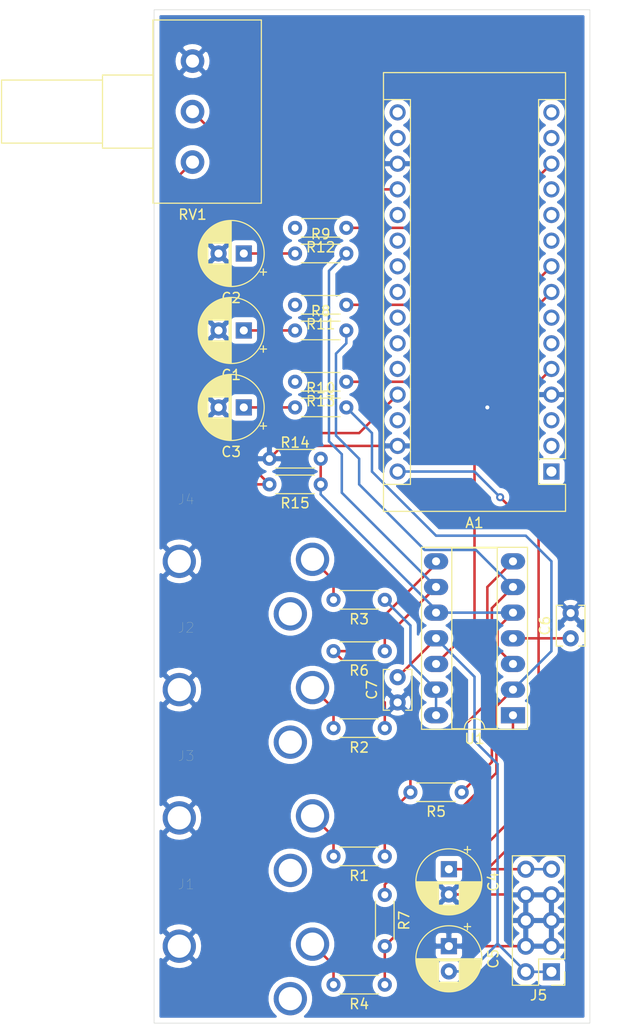
<source format=kicad_pcb>
(kicad_pcb (version 20171130) (host pcbnew "(5.1.6)-1")
  (layers (0 F.Cu signal) (31 B.Cu signal) (34 B.Paste user) (35 F.Paste user) (36 B.SilkS user) (37 F.SilkS user) (38 B.Mask user) (39 F.Mask user) (44 Edge.Cuts user))
  (net 0 "")
  (net 1 "Net-(A1-Pad16)")
  (net 2 "Net-(A1-Pad15)")
  (net 3 +12V)
  (net 4 "Net-(A1-Pad14)")
  (net 5 GND)
  (net 6 "Net-(A1-Pad13)")
  (net 7 "Net-(A1-Pad28)")
  (net 8 "Net-(A1-Pad12)")
  (net 9 "Net-(A1-Pad27)")
  (net 10 "Net-(A1-Pad11)")
  (net 11 "Net-(A1-Pad26)")
  (net 12 "Net-(A1-Pad10)")
  (net 13 "Net-(A1-Pad25)")
  (net 14 "Net-(A1-Pad9)")
  (net 15 "Net-(A1-Pad24)")
  (net 16 "Net-(A1-Pad8)")
  (net 17 "Net-(A1-Pad23)")
  (net 18 "Net-(A1-Pad7)")
  (net 19 "Net-(A1-Pad22)")
  (net 20 "Net-(A1-Pad6)")
  (net 21 "Net-(A1-Pad21)")
  (net 22 "Net-(A1-Pad5)")
  (net 23 "Net-(A1-Pad20)")
  (net 24 "Net-(A1-Pad19)")
  (net 25 "Net-(A1-Pad3)")
  (net 26 "Net-(A1-Pad2)")
  (net 27 "Net-(A1-Pad17)")
  (net 28 "Net-(A1-Pad1)")
  (net 29 "Net-(C1-Pad1)")
  (net 30 "Net-(C2-Pad1)")
  (net 31 "Net-(C3-Pad1)")
  (net 32 "Net-(J2-PadT)")
  (net 33 "Net-(J2-PadTN)")
  (net 34 "Net-(J3-PadT)")
  (net 35 "Net-(J3-PadTN)")
  (net 36 "Net-(J4-PadT)")
  (net 37 "Net-(J4-PadTN)")
  (net 38 "Net-(R10-Pad2)")
  (net 39 "Net-(J1-PadTN)")
  (net 40 "Net-(J1-PadT)")
  (net 41 "Net-(R1-Pad1)")
  (net 42 "Net-(R2-Pad1)")
  (net 43 "Net-(R3-Pad1)")
  (net 44 "Net-(R4-Pad1)")
  (net 45 "Net-(R5-Pad1)")
  (net 46 "Net-(R6-Pad1)")
  (net 47 "Net-(R14-Pad1)")
  (net 48 "Net-(C5-Pad2)")
  (module Capacitor_THT:C_Disc_D3.8mm_W2.6mm_P2.50mm (layer F.Cu) (at 123.19 125.73 90)
    (fp_text reference C7 (at 1.25 -2.55 90) (layer F.SilkS))
    (fp_text value 100n)
    (pad 1 thru_hole circle (at 0 0 90) (size 1.6 1.6) (drill 0.8) (layers *.Cu *.Mask) (net 5 GND))
    (pad 2 thru_hole circle (at 2.5 0 90) (size 1.6 1.6) (drill 0.8) (layers *.Cu *.Mask) (net 48 "Net-(C5-Pad2)"))
  )
  (module Capacitor_THT:C_Disc_D3.8mm_W2.6mm_P2.50mm (layer F.Cu) (at 140.335 119.38 90)
    (fp_text reference C6 (at 1.25 -2.55 90) (layer F.SilkS))
    (fp_text value 100n)
    (pad 1 thru_hole circle (at 0 0 90) (size 1.6 1.6) (drill 0.8) (layers *.Cu *.Mask) (net 3 +12V))
    (pad 2 thru_hole circle (at 2.5 0 90) (size 1.6 1.6) (drill 0.8) (layers *.Cu *.Mask) (net 5 GND))
  )
  (module Resistor_THT:R_Axial_DIN0204_L3.6mm_D1.6mm_P5.08mm_Horizontal (layer F.Cu) (at 121.92 144.78 270)
    (fp_text reference R7 (at 2.54 -1.92 90) (layer F.SilkS))
    (fp_text value 10K)
    (pad 2 thru_hole oval (at 5.08 0 270) (size 1.4 1.4) (drill 0.7) (layers *.Cu *.Mask) (net 44 "Net-(R4-Pad1)"))
    (pad 1 thru_hole circle (at 0 0 270) (size 1.4 1.4) (drill 0.7) (layers *.Cu *.Mask) (net 38 "Net-(R10-Pad2)"))
  )
  (module PJ302M:PJ302M (layer F.Cu) (at 99.06 111.76)
    (fp_text reference J4 (at 3.175 -6.135) (layer F.SilkS) (effects (font (thickness 0.015))))
    (fp_text value AudioJack2_SwitchT)
    (pad T thru_hole circle (at 15.7 -0.2) (size 3.3 3.3) (drill 2.3) (layers *.Cu *.Mask) (net 36 "Net-(J4-PadT)"))
    (pad TN thru_hole circle (at 13.5 5.2) (size 3.3 3.3) (drill 2.3) (layers *.Cu *.Mask) (net 37 "Net-(J4-PadTN)"))
    (pad S thru_hole circle (at 2.5 0) (size 3.3 3.3) (drill 2.3) (layers *.Cu *.Mask) (net 5 GND))
  )
  (module Module:Arduino_Nano (layer F.Cu) (at 138.43 102.87 180)
    (fp_text reference A1 (at 7.62 -5.08) (layer F.SilkS))
    (fp_text value Arduino_Nano_v3.x)
    (pad 16 thru_hole oval (at 15.24 35.56 180) (size 1.6 1.6) (drill 1) (layers *.Cu *.Mask) (net 1 "Net-(A1-Pad16)"))
    (pad 15 thru_hole oval (at 0 35.56 180) (size 1.6 1.6) (drill 1) (layers *.Cu *.Mask) (net 2 "Net-(A1-Pad15)"))
    (pad 30 thru_hole oval (at 15.24 0 180) (size 1.6 1.6) (drill 1) (layers *.Cu *.Mask) (net 3 +12V))
    (pad 14 thru_hole oval (at 0 33.02 180) (size 1.6 1.6) (drill 1) (layers *.Cu *.Mask) (net 4 "Net-(A1-Pad14)"))
    (pad 29 thru_hole oval (at 15.24 2.54 180) (size 1.6 1.6) (drill 1) (layers *.Cu *.Mask) (net 5 GND))
    (pad 13 thru_hole oval (at 0 30.48 180) (size 1.6 1.6) (drill 1) (layers *.Cu *.Mask) (net 6 "Net-(A1-Pad13)"))
    (pad 28 thru_hole oval (at 15.24 5.08 180) (size 1.6 1.6) (drill 1) (layers *.Cu *.Mask) (net 7 "Net-(A1-Pad28)"))
    (pad 12 thru_hole oval (at 0 27.94 180) (size 1.6 1.6) (drill 1) (layers *.Cu *.Mask) (net 8 "Net-(A1-Pad12)"))
    (pad 27 thru_hole oval (at 15.24 7.62 180) (size 1.6 1.6) (drill 1) (layers *.Cu *.Mask) (net 9 "Net-(A1-Pad27)"))
    (pad 11 thru_hole oval (at 0 25.4 180) (size 1.6 1.6) (drill 1) (layers *.Cu *.Mask) (net 10 "Net-(A1-Pad11)"))
    (pad 26 thru_hole oval (at 15.24 10.16 180) (size 1.6 1.6) (drill 1) (layers *.Cu *.Mask) (net 11 "Net-(A1-Pad26)"))
    (pad 10 thru_hole oval (at 0 22.86 180) (size 1.6 1.6) (drill 1) (layers *.Cu *.Mask) (net 12 "Net-(A1-Pad10)"))
    (pad 25 thru_hole oval (at 15.24 12.7 180) (size 1.6 1.6) (drill 1) (layers *.Cu *.Mask) (net 13 "Net-(A1-Pad25)"))
    (pad 9 thru_hole oval (at 0 20.32 180) (size 1.6 1.6) (drill 1) (layers *.Cu *.Mask) (net 14 "Net-(A1-Pad9)"))
    (pad 24 thru_hole oval (at 15.24 15.24 180) (size 1.6 1.6) (drill 1) (layers *.Cu *.Mask) (net 15 "Net-(A1-Pad24)"))
    (pad 8 thru_hole oval (at 0 17.78 180) (size 1.6 1.6) (drill 1) (layers *.Cu *.Mask) (net 16 "Net-(A1-Pad8)"))
    (pad 23 thru_hole oval (at 15.24 17.78 180) (size 1.6 1.6) (drill 1) (layers *.Cu *.Mask) (net 17 "Net-(A1-Pad23)"))
    (pad 7 thru_hole oval (at 0 15.24 180) (size 1.6 1.6) (drill 1) (layers *.Cu *.Mask) (net 18 "Net-(A1-Pad7)"))
    (pad 22 thru_hole oval (at 15.24 20.32 180) (size 1.6 1.6) (drill 1) (layers *.Cu *.Mask) (net 19 "Net-(A1-Pad22)"))
    (pad 6 thru_hole oval (at 0 12.7 180) (size 1.6 1.6) (drill 1) (layers *.Cu *.Mask) (net 20 "Net-(A1-Pad6)"))
    (pad 21 thru_hole oval (at 15.24 22.86 180) (size 1.6 1.6) (drill 1) (layers *.Cu *.Mask) (net 21 "Net-(A1-Pad21)"))
    (pad 5 thru_hole oval (at 0 10.16 180) (size 1.6 1.6) (drill 1) (layers *.Cu *.Mask) (net 22 "Net-(A1-Pad5)"))
    (pad 20 thru_hole oval (at 15.24 25.4 180) (size 1.6 1.6) (drill 1) (layers *.Cu *.Mask) (net 23 "Net-(A1-Pad20)"))
    (pad 4 thru_hole oval (at 0 7.62 180) (size 1.6 1.6) (drill 1) (layers *.Cu *.Mask) (net 5 GND))
    (pad 19 thru_hole oval (at 15.24 27.94 180) (size 1.6 1.6) (drill 1) (layers *.Cu *.Mask) (net 24 "Net-(A1-Pad19)"))
    (pad 3 thru_hole oval (at 0 5.08 180) (size 1.6 1.6) (drill 1) (layers *.Cu *.Mask) (net 25 "Net-(A1-Pad3)"))
    (pad 18 thru_hole oval (at 15.24 30.48 180) (size 1.6 1.6) (drill 1) (layers *.Cu *.Mask) (net 5 GND))
    (pad 2 thru_hole oval (at 0 2.54 180) (size 1.6 1.6) (drill 1) (layers *.Cu *.Mask) (net 26 "Net-(A1-Pad2)"))
    (pad 17 thru_hole oval (at 15.24 33.02 180) (size 1.6 1.6) (drill 1) (layers *.Cu *.Mask) (net 27 "Net-(A1-Pad17)"))
    (pad 1 thru_hole rect (at 0 0 180) (size 1.6 1.6) (drill 1) (layers *.Cu *.Mask) (net 28 "Net-(A1-Pad1)"))
  )
  (module Capacitor_THT:CP_Radial_D6.3mm_P2.50mm (layer F.Cu) (at 128.27 142.24 270)
    (fp_text reference C4 (at 1.25 -4.4 90) (layer F.SilkS))
    (fp_text value 0.0001)
    (pad 2 thru_hole circle (at 2.5 0 270) (size 1.6 1.6) (drill 0.8) (layers *.Cu *.Mask) (net 5 GND))
    (pad 1 thru_hole rect (at 0 0 270) (size 1.6 1.6) (drill 0.8) (layers *.Cu *.Mask) (net 3 +12V))
  )
  (module Capacitor_THT:CP_Radial_D6.3mm_P2.50mm (layer F.Cu) (at 128.27 149.86 270)
    (fp_text reference C5 (at 1.25 -4.4 90) (layer F.SilkS))
    (fp_text value 0.0001)
    (pad 2 thru_hole circle (at 2.5 0 270) (size 1.6 1.6) (drill 0.8) (layers *.Cu *.Mask) (net 48 "Net-(C5-Pad2)"))
    (pad 1 thru_hole rect (at 0 0 270) (size 1.6 1.6) (drill 0.8) (layers *.Cu *.Mask) (net 5 GND))
  )
  (module Resistor_THT:R_Axial_DIN0204_L3.6mm_D1.6mm_P5.08mm_Horizontal (layer F.Cu) (at 110.49 104.14)
    (fp_text reference R15 (at 2.54 1.86) (layer F.SilkS))
    (fp_text value 2K)
    (pad 2 thru_hole oval (at 5.08 0) (size 1.4 1.4) (drill 0.7) (layers *.Cu *.Mask) (net 47 "Net-(R14-Pad1)"))
    (pad 1 thru_hole circle (at 0 0) (size 1.4 1.4) (drill 0.7) (layers *.Cu *.Mask) (net 9 "Net-(A1-Pad27)"))
  )
  (module Resistor_THT:R_Axial_DIN0204_L3.6mm_D1.6mm_P5.08mm_Horizontal (layer F.Cu) (at 115.57 101.6 180)
    (fp_text reference R14 (at 2.54 1.6) (layer F.SilkS))
    (fp_text value 1K)
    (pad 2 thru_hole oval (at 5.08 0 180) (size 1.4 1.4) (drill 0.7) (layers *.Cu *.Mask) (net 5 GND))
    (pad 1 thru_hole circle (at 0 0 180) (size 1.4 1.4) (drill 0.7) (layers *.Cu *.Mask) (net 47 "Net-(R14-Pad1)"))
  )
  (module Resistor_THT:R_Axial_DIN0204_L3.6mm_D1.6mm_P5.08mm_Horizontal (layer F.Cu) (at 118.11 93.98 180)
    (fp_text reference R13 (at 2.54 -1.92) (layer F.SilkS))
    (fp_text value 1000)
    (pad 2 thru_hole oval (at 5.08 0 180) (size 1.4 1.4) (drill 0.7) (layers *.Cu *.Mask) (net 31 "Net-(C3-Pad1)"))
    (pad 1 thru_hole circle (at 0 0 180) (size 1.4 1.4) (drill 0.7) (layers *.Cu *.Mask) (net 16 "Net-(A1-Pad8)"))
  )
  (module Resistor_THT:R_Axial_DIN0204_L3.6mm_D1.6mm_P5.08mm_Horizontal (layer F.Cu) (at 118.11 78.74 180)
    (fp_text reference R12 (at 2.54 -1.92) (layer F.SilkS))
    (fp_text value 1000)
    (pad 1 thru_hole circle (at 0 0 180) (size 1.4 1.4) (drill 0.7) (layers *.Cu *.Mask) (net 6 "Net-(A1-Pad13)"))
    (pad 2 thru_hole oval (at 5.08 0 180) (size 1.4 1.4) (drill 0.7) (layers *.Cu *.Mask) (net 30 "Net-(C2-Pad1)"))
  )
  (module Resistor_THT:R_Axial_DIN0204_L3.6mm_D1.6mm_P5.08mm_Horizontal (layer F.Cu) (at 118.11 86.36 180)
    (fp_text reference R11 (at 2.54 -1.92) (layer F.SilkS))
    (fp_text value 1000)
    (pad 2 thru_hole oval (at 5.08 0 180) (size 1.4 1.4) (drill 0.7) (layers *.Cu *.Mask) (net 29 "Net-(C1-Pad1)"))
    (pad 1 thru_hole circle (at 0 0 180) (size 1.4 1.4) (drill 0.7) (layers *.Cu *.Mask) (net 14 "Net-(A1-Pad9)"))
  )
  (module Resistor_THT:R_Axial_DIN0204_L3.6mm_D1.6mm_P5.08mm_Horizontal (layer F.Cu) (at 113.03 96.52)
    (fp_text reference R10 (at 2.54 -1.92) (layer F.SilkS))
    (fp_text value 5K)
    (pad 2 thru_hole oval (at 5.08 0) (size 1.4 1.4) (drill 0.7) (layers *.Cu *.Mask) (net 38 "Net-(R10-Pad2)"))
    (pad 1 thru_hole circle (at 0 0) (size 1.4 1.4) (drill 0.7) (layers *.Cu *.Mask) (net 31 "Net-(C3-Pad1)"))
  )
  (module Resistor_THT:R_Axial_DIN0204_L3.6mm_D1.6mm_P5.08mm_Horizontal (layer F.Cu) (at 113.03 81.28)
    (fp_text reference R9 (at 2.54 -1.92) (layer F.SilkS))
    (fp_text value 5K)
    (pad 2 thru_hole oval (at 5.08 0) (size 1.4 1.4) (drill 0.7) (layers *.Cu *.Mask) (net 46 "Net-(R6-Pad1)"))
    (pad 1 thru_hole circle (at 0 0) (size 1.4 1.4) (drill 0.7) (layers *.Cu *.Mask) (net 30 "Net-(C2-Pad1)"))
  )
  (module Resistor_THT:R_Axial_DIN0204_L3.6mm_D1.6mm_P5.08mm_Horizontal (layer F.Cu) (at 113.03 88.9)
    (fp_text reference R8 (at 2.54 -1.92) (layer F.SilkS))
    (fp_text value 5K)
    (pad 2 thru_hole oval (at 5.08 0) (size 1.4 1.4) (drill 0.7) (layers *.Cu *.Mask) (net 45 "Net-(R5-Pad1)"))
    (pad 1 thru_hole circle (at 0 0) (size 1.4 1.4) (drill 0.7) (layers *.Cu *.Mask) (net 29 "Net-(C1-Pad1)"))
  )
  (module Resistor_THT:R_Axial_DIN0204_L3.6mm_D1.6mm_P5.08mm_Horizontal (layer F.Cu) (at 121.92 120.65 180)
    (fp_text reference R6 (at 2.54 -1.92) (layer F.SilkS))
    (fp_text value 10K)
    (pad 2 thru_hole oval (at 5.08 0 180) (size 1.4 1.4) (drill 0.7) (layers *.Cu *.Mask) (net 42 "Net-(R2-Pad1)"))
    (pad 1 thru_hole circle (at 0 0 180) (size 1.4 1.4) (drill 0.7) (layers *.Cu *.Mask) (net 46 "Net-(R6-Pad1)"))
  )
  (module Resistor_THT:R_Axial_DIN0204_L3.6mm_D1.6mm_P5.08mm_Horizontal (layer F.Cu) (at 129.54 134.62 180)
    (fp_text reference R5 (at 2.54 -1.92) (layer F.SilkS))
    (fp_text value 10K)
    (pad 2 thru_hole oval (at 5.08 0 180) (size 1.4 1.4) (drill 0.7) (layers *.Cu *.Mask) (net 41 "Net-(R1-Pad1)"))
    (pad 1 thru_hole circle (at 0 0 180) (size 1.4 1.4) (drill 0.7) (layers *.Cu *.Mask) (net 45 "Net-(R5-Pad1)"))
  )
  (module Resistor_THT:R_Axial_DIN0204_L3.6mm_D1.6mm_P5.08mm_Horizontal (layer F.Cu) (at 121.92 153.67 180)
    (fp_text reference R4 (at 2.54 -1.92) (layer F.SilkS))
    (fp_text value 330)
    (pad 2 thru_hole oval (at 5.08 0 180) (size 1.4 1.4) (drill 0.7) (layers *.Cu *.Mask) (net 40 "Net-(J1-PadT)"))
    (pad 1 thru_hole circle (at 0 0 180) (size 1.4 1.4) (drill 0.7) (layers *.Cu *.Mask) (net 44 "Net-(R4-Pad1)"))
  )
  (module Resistor_THT:R_Axial_DIN0204_L3.6mm_D1.6mm_P5.08mm_Horizontal (layer F.Cu) (at 121.92 115.57 180)
    (fp_text reference R3 (at 2.54 -1.92) (layer F.SilkS))
    (fp_text value 330)
    (pad 2 thru_hole oval (at 5.08 0 180) (size 1.4 1.4) (drill 0.7) (layers *.Cu *.Mask) (net 36 "Net-(J4-PadT)"))
    (pad 1 thru_hole circle (at 0 0 180) (size 1.4 1.4) (drill 0.7) (layers *.Cu *.Mask) (net 43 "Net-(R3-Pad1)"))
  )
  (module Resistor_THT:R_Axial_DIN0204_L3.6mm_D1.6mm_P5.08mm_Horizontal (layer F.Cu) (at 121.92 128.27 180)
    (fp_text reference R2 (at 2.54 -1.92) (layer F.SilkS))
    (fp_text value 330)
    (pad 2 thru_hole oval (at 5.08 0 180) (size 1.4 1.4) (drill 0.7) (layers *.Cu *.Mask) (net 32 "Net-(J2-PadT)"))
    (pad 1 thru_hole circle (at 0 0 180) (size 1.4 1.4) (drill 0.7) (layers *.Cu *.Mask) (net 42 "Net-(R2-Pad1)"))
  )
  (module Resistor_THT:R_Axial_DIN0204_L3.6mm_D1.6mm_P5.08mm_Horizontal (layer F.Cu) (at 121.92 140.97 180)
    (fp_text reference R1 (at 2.54 -1.92) (layer F.SilkS))
    (fp_text value 330)
    (pad 2 thru_hole oval (at 5.08 0 180) (size 1.4 1.4) (drill 0.7) (layers *.Cu *.Mask) (net 34 "Net-(J3-PadT)"))
    (pad 1 thru_hole circle (at 0 0 180) (size 1.4 1.4) (drill 0.7) (layers *.Cu *.Mask) (net 41 "Net-(R1-Pad1)"))
  )
  (module Connector_PinHeader_2.54mm:PinHeader_2x05_P2.54mm_Vertical (layer F.Cu) (at 138.43 152.4 180)
    (fp_text reference J5 (at 1.27 -2.33) (layer F.SilkS))
    (fp_text value Conn_02x05_Odd_Even)
    (pad 10 thru_hole oval (at 2.54 10.16 180) (size 1.7 1.7) (drill 1) (layers *.Cu *.Mask) (net 3 +12V))
    (pad 9 thru_hole oval (at 0 10.16 180) (size 1.7 1.7) (drill 1) (layers *.Cu *.Mask) (net 3 +12V))
    (pad 8 thru_hole oval (at 2.54 7.62 180) (size 1.7 1.7) (drill 1) (layers *.Cu *.Mask) (net 5 GND))
    (pad 7 thru_hole oval (at 0 7.62 180) (size 1.7 1.7) (drill 1) (layers *.Cu *.Mask) (net 5 GND))
    (pad 6 thru_hole oval (at 2.54 5.08 180) (size 1.7 1.7) (drill 1) (layers *.Cu *.Mask) (net 5 GND))
    (pad 5 thru_hole oval (at 0 5.08 180) (size 1.7 1.7) (drill 1) (layers *.Cu *.Mask) (net 5 GND))
    (pad 4 thru_hole oval (at 2.54 2.54 180) (size 1.7 1.7) (drill 1) (layers *.Cu *.Mask) (net 5 GND))
    (pad 3 thru_hole oval (at 0 2.54 180) (size 1.7 1.7) (drill 1) (layers *.Cu *.Mask) (net 5 GND))
    (pad 2 thru_hole oval (at 2.54 0 180) (size 1.7 1.7) (drill 1) (layers *.Cu *.Mask) (net 48 "Net-(C5-Pad2)"))
    (pad 1 thru_hole rect (at 0 0 180) (size 1.7 1.7) (drill 1) (layers *.Cu *.Mask) (net 48 "Net-(C5-Pad2)"))
  )
  (module PJ302M:PJ302M (layer F.Cu) (at 99.06 149.86)
    (fp_text reference J1 (at 3.175 -6.135) (layer F.SilkS) (effects (font (thickness 0.015))))
    (fp_text value AudioJack2_SwitchT)
    (pad S thru_hole circle (at 2.5 0) (size 3.3 3.3) (drill 2.3) (layers *.Cu *.Mask) (net 5 GND))
    (pad TN thru_hole circle (at 13.5 5.2) (size 3.3 3.3) (drill 2.3) (layers *.Cu *.Mask) (net 39 "Net-(J1-PadTN)"))
    (pad T thru_hole circle (at 15.7 -0.2) (size 3.3 3.3) (drill 2.3) (layers *.Cu *.Mask) (net 40 "Net-(J1-PadT)"))
  )
  (module Potentiometer_THT:Potentiometer_Alps_RK163_Single_Horizontal (layer F.Cu) (at 102.87 62.23 180)
    (fp_text reference RV1 (at 0 -15.2) (layer F.SilkS))
    (fp_text value 10K)
    (pad 1 thru_hole circle (at 0 0 180) (size 2.34 2.34) (drill 1.3) (layers *.Cu *.Mask) (net 5 GND))
    (pad 2 thru_hole circle (at 0 -5 180) (size 2.34 2.34) (drill 1.3) (layers *.Cu *.Mask) (net 24 "Net-(A1-Pad19)"))
    (pad 3 thru_hole circle (at 0 -10 180) (size 2.34 2.34) (drill 1.3) (layers *.Cu *.Mask) (net 9 "Net-(A1-Pad27)"))
  )
  (module PJ302M:PJ302M (layer F.Cu) (at 99.06 137.16)
    (fp_text reference J3 (at 3.175 -6.135) (layer F.SilkS) (effects (font (thickness 0.015))))
    (fp_text value AudioJack2_SwitchT)
    (pad T thru_hole circle (at 15.7 -0.2) (size 3.3 3.3) (drill 2.3) (layers *.Cu *.Mask) (net 34 "Net-(J3-PadT)"))
    (pad TN thru_hole circle (at 13.5 5.2) (size 3.3 3.3) (drill 2.3) (layers *.Cu *.Mask) (net 35 "Net-(J3-PadTN)"))
    (pad S thru_hole circle (at 2.5 0) (size 3.3 3.3) (drill 2.3) (layers *.Cu *.Mask) (net 5 GND))
  )
  (module PJ302M:PJ302M (layer F.Cu) (at 99.06 124.46)
    (fp_text reference J2 (at 3.175 -6.135) (layer F.SilkS) (effects (font (thickness 0.015))))
    (fp_text value AudioJack2_SwitchT)
    (pad T thru_hole circle (at 15.7 -0.2) (size 3.3 3.3) (drill 2.3) (layers *.Cu *.Mask) (net 32 "Net-(J2-PadT)"))
    (pad TN thru_hole circle (at 13.5 5.2) (size 3.3 3.3) (drill 2.3) (layers *.Cu *.Mask) (net 33 "Net-(J2-PadTN)"))
    (pad S thru_hole circle (at 2.5 0) (size 3.3 3.3) (drill 2.3) (layers *.Cu *.Mask) (net 5 GND))
  )
  (module Package_DIP:DIP-14_W7.62mm_Socket_LongPads (layer F.Cu) (at 134.62 127 180)
    (fp_text reference U1 (at 3.81 -2.33) (layer F.SilkS))
    (fp_text value TL074)
    (pad 14 thru_hole oval (at 7.62 0 180) (size 2.4 1.6) (drill 0.8) (layers *.Cu *.Mask) (net 43 "Net-(R3-Pad1)"))
    (pad 7 thru_hole oval (at 0 15.24 180) (size 2.4 1.6) (drill 0.8) (layers *.Cu *.Mask) (net 41 "Net-(R1-Pad1)"))
    (pad 13 thru_hole oval (at 7.62 2.54 180) (size 2.4 1.6) (drill 0.8) (layers *.Cu *.Mask) (net 43 "Net-(R3-Pad1)"))
    (pad 6 thru_hole oval (at 0 12.7 180) (size 2.4 1.6) (drill 0.8) (layers *.Cu *.Mask) (net 45 "Net-(R5-Pad1)"))
    (pad 12 thru_hole oval (at 7.62 5.08 180) (size 2.4 1.6) (drill 0.8) (layers *.Cu *.Mask) (net 22 "Net-(A1-Pad5)"))
    (pad 5 thru_hole oval (at 0 10.16 180) (size 2.4 1.6) (drill 0.8) (layers *.Cu *.Mask) (net 47 "Net-(R14-Pad1)"))
    (pad 11 thru_hole oval (at 7.62 7.62 180) (size 2.4 1.6) (drill 0.8) (layers *.Cu *.Mask) (net 48 "Net-(C5-Pad2)"))
    (pad 4 thru_hole oval (at 0 7.62 180) (size 2.4 1.6) (drill 0.8) (layers *.Cu *.Mask) (net 3 +12V))
    (pad 10 thru_hole oval (at 7.62 10.16 180) (size 2.4 1.6) (drill 0.8) (layers *.Cu *.Mask) (net 47 "Net-(R14-Pad1)"))
    (pad 3 thru_hole oval (at 0 5.08 180) (size 2.4 1.6) (drill 0.8) (layers *.Cu *.Mask) (net 47 "Net-(R14-Pad1)"))
    (pad 9 thru_hole oval (at 7.62 12.7 180) (size 2.4 1.6) (drill 0.8) (layers *.Cu *.Mask) (net 46 "Net-(R6-Pad1)"))
    (pad 2 thru_hole oval (at 0 2.54 180) (size 2.4 1.6) (drill 0.8) (layers *.Cu *.Mask) (net 38 "Net-(R10-Pad2)"))
    (pad 8 thru_hole oval (at 7.62 15.24 180) (size 2.4 1.6) (drill 0.8) (layers *.Cu *.Mask) (net 42 "Net-(R2-Pad1)"))
    (pad 1 thru_hole rect (at 0 0 180) (size 2.4 1.6) (drill 0.8) (layers *.Cu *.Mask) (net 44 "Net-(R4-Pad1)"))
  )
  (module Capacitor_THT:CP_Radial_D6.3mm_P2.50mm (layer F.Cu) (at 107.95 96.52 180)
    (fp_text reference C3 (at 1.25 -4.4) (layer F.SilkS))
    (fp_text value 0.0001)
    (pad 1 thru_hole rect (at 0 0 180) (size 1.6 1.6) (drill 0.8) (layers *.Cu *.Mask) (net 31 "Net-(C3-Pad1)"))
    (pad 2 thru_hole circle (at 2.5 0 180) (size 1.6 1.6) (drill 0.8) (layers *.Cu *.Mask) (net 5 GND))
  )
  (module Capacitor_THT:CP_Radial_D6.3mm_P2.50mm (layer F.Cu) (at 107.95 81.28 180)
    (fp_text reference C2 (at 1.25 -4.4) (layer F.SilkS))
    (fp_text value 0.0001)
    (pad 1 thru_hole rect (at 0 0 180) (size 1.6 1.6) (drill 0.8) (layers *.Cu *.Mask) (net 30 "Net-(C2-Pad1)"))
    (pad 2 thru_hole circle (at 2.5 0 180) (size 1.6 1.6) (drill 0.8) (layers *.Cu *.Mask) (net 5 GND))
  )
  (module Capacitor_THT:CP_Radial_D6.3mm_P2.50mm (layer F.Cu) (at 107.95 88.9 180)
    (fp_text reference C1 (at 1.25 -4.4) (layer F.SilkS))
    (fp_text value 0.0001)
    (pad 1 thru_hole rect (at 0 0 180) (size 1.6 1.6) (drill 0.8) (layers *.Cu *.Mask) (net 29 "Net-(C1-Pad1)"))
    (pad 2 thru_hole circle (at 2.5 0 180) (size 1.6 1.6) (drill 0.8) (layers *.Cu *.Mask) (net 5 GND))
  )
  (gr_line (start 99.06 57.15) (end 142.24 57.15) (layer Edge.Cuts) (width 0.05))
  (gr_line (start 99.06 157.48) (end 99.06 57.15) (layer Edge.Cuts) (width 0.05))
  (gr_line (start 142.24 157.48) (end 99.06 157.48) (layer Edge.Cuts) (width 0.05))
  (gr_line (start 142.24 57.15) (end 142.24 157.48) (layer Edge.Cuts) (width 0.05))
  (segment (start 138.43 142.24) (end 135.89 142.24) (width 0.25) (layer B.Cu) (net 3))
  (segment (start 132.08 142.24) (end 135.89 142.24) (width 0.25) (layer F.Cu) (net 3))
  (segment (start 132.08 142.24) (end 137.16 137.16) (width 0.25) (layer F.Cu) (net 3))
  (segment (start 137.16 137.16) (end 137.16 121.92) (width 0.25) (layer F.Cu) (net 3))
  (via (at 133.35 105.41) (size 0.8) (drill 0.4) (layers F.Cu B.Cu) (net 3))
  (segment (start 137.16 109.22) (end 133.35 105.41) (width 0.25) (layer F.Cu) (net 3))
  (segment (start 130.81 102.87) (end 123.19 102.87) (width 0.25) (layer B.Cu) (net 3))
  (segment (start 133.35 105.41) (end 130.81 102.87) (width 0.25) (layer B.Cu) (net 3))
  (segment (start 132.08 142.24) (end 128.27 142.24) (width 0.25) (layer F.Cu) (net 3))
  (segment (start 134.62 119.38) (end 137.16 119.38) (width 0.25) (layer F.Cu) (net 3))
  (segment (start 137.16 121.92) (end 137.16 119.38) (width 0.25) (layer F.Cu) (net 3))
  (segment (start 137.16 119.38) (end 137.16 109.22) (width 0.25) (layer F.Cu) (net 3))
  (segment (start 140.335 119.38) (end 137.16 119.38) (width 0.25) (layer F.Cu) (net 3))
  (segment (start 100.33 148.63) (end 101.56 149.86) (width 0.25) (layer B.Cu) (net 5))
  (segment (start 101.56 137.16) (end 100.33 137.16) (width 0.25) (layer B.Cu) (net 5))
  (segment (start 101.56 124.46) (end 100.33 124.46) (width 0.25) (layer B.Cu) (net 5))
  (segment (start 105.45 96.56) (end 105.45 96.52) (width 0.25) (layer B.Cu) (net 5))
  (segment (start 111.76 100.33) (end 123.19 100.33) (width 0.25) (layer F.Cu) (net 5))
  (segment (start 110.49 101.6) (end 111.76 100.33) (width 0.25) (layer F.Cu) (net 5))
  (segment (start 123.19 100.33) (end 128.27 100.33) (width 0.25) (layer F.Cu) (net 5))
  (via (at 132.08 96.52) (size 0.8) (drill 0.4) (layers F.Cu B.Cu) (net 5))
  (segment (start 128.27 100.33) (end 132.08 96.52) (width 0.25) (layer F.Cu) (net 5))
  (segment (start 133.35 95.25) (end 138.43 95.25) (width 0.25) (layer B.Cu) (net 5))
  (segment (start 132.08 96.52) (end 133.35 95.25) (width 0.25) (layer B.Cu) (net 5))
  (segment (start 128.27 149.86) (end 135.89 149.86) (width 0.25) (layer F.Cu) (net 5))
  (segment (start 135.85 144.74) (end 135.89 144.78) (width 0.25) (layer F.Cu) (net 5))
  (segment (start 128.27 144.74) (end 135.85 144.74) (width 0.25) (layer F.Cu) (net 5))
  (segment (start 101.56 111.76) (end 101.56 110.53) (width 0.25) (layer B.Cu) (net 5))
  (segment (start 132.08 78.74) (end 138.43 72.39) (width 0.25) (layer F.Cu) (net 6))
  (segment (start 118.11 78.74) (end 132.08 78.74) (width 0.25) (layer F.Cu) (net 6))
  (via (at 110.49 104.14) (size 0.8) (drill 0.4) (layers F.Cu B.Cu) (net 9))
  (segment (start 102.87 72.23) (end 101.6 73.5) (width 0.25) (layer F.Cu) (net 9))
  (segment (start 101.6 73.5) (end 101.6 99.06) (width 0.25) (layer F.Cu) (net 9))
  (segment (start 110.49 104.14) (end 106.68 104.14) (width 0.25) (layer F.Cu) (net 9))
  (segment (start 106.68 104.14) (end 101.6 99.06) (width 0.25) (layer F.Cu) (net 9))
  (segment (start 107.95 101.6) (end 110.49 104.14) (width 0.25) (layer F.Cu) (net 9))
  (segment (start 107.95 100.33) (end 107.95 101.6) (width 0.25) (layer F.Cu) (net 9))
  (segment (start 109.22 99.06) (end 107.95 100.33) (width 0.25) (layer F.Cu) (net 9))
  (segment (start 123.19 95.25) (end 119.38 99.06) (width 0.25) (layer F.Cu) (net 9))
  (segment (start 119.38 99.06) (end 109.22 99.06) (width 0.25) (layer F.Cu) (net 9))
  (segment (start 134.62 86.36) (end 138.43 82.55) (width 0.25) (layer F.Cu) (net 14))
  (segment (start 118.11 86.36) (end 134.62 86.36) (width 0.25) (layer F.Cu) (net 14))
  (segment (start 129.54 93.98) (end 138.43 85.09) (width 0.25) (layer F.Cu) (net 16))
  (segment (start 118.11 93.98) (end 129.54 93.98) (width 0.25) (layer F.Cu) (net 16))
  (segment (start 130.81 118.11) (end 127 121.92) (width 0.25) (layer F.Cu) (net 22))
  (segment (start 138.43 92.71) (end 130.81 100.33) (width 0.25) (layer F.Cu) (net 22))
  (segment (start 130.81 100.33) (end 130.81 118.11) (width 0.25) (layer F.Cu) (net 22))
  (segment (start 102.87 67.23) (end 102.87 67.31) (width 0.25) (layer B.Cu) (net 24))
  (segment (start 110.57 74.93) (end 102.87 67.23) (width 0.25) (layer F.Cu) (net 24))
  (segment (start 123.19 74.93) (end 110.57 74.93) (width 0.25) (layer F.Cu) (net 24))
  (segment (start 113.03 88.9) (end 107.95 88.9) (width 0.25) (layer F.Cu) (net 29))
  (segment (start 107.95 81.28) (end 113.03 81.28) (width 0.25) (layer F.Cu) (net 30))
  (segment (start 107.95 96.52) (end 113.03 96.52) (width 0.25) (layer F.Cu) (net 31))
  (segment (start 116.84 126.34) (end 114.76 124.26) (width 0.25) (layer F.Cu) (net 32))
  (segment (start 116.84 128.27) (end 116.84 126.34) (width 0.25) (layer F.Cu) (net 32))
  (segment (start 116.84 139.04) (end 114.76 136.96) (width 0.25) (layer F.Cu) (net 34))
  (segment (start 116.84 140.97) (end 116.84 139.04) (width 0.25) (layer F.Cu) (net 34))
  (segment (start 116.84 113.64) (end 114.76 111.56) (width 0.25) (layer F.Cu) (net 36))
  (segment (start 116.84 115.57) (end 116.84 113.64) (width 0.25) (layer F.Cu) (net 36))
  (segment (start 120.65 99.06) (end 118.11 96.52) (width 0.25) (layer B.Cu) (net 38))
  (segment (start 138.43 120.65) (end 138.43 111.76) (width 0.25) (layer B.Cu) (net 38))
  (segment (start 135.89 109.22) (end 127 109.22) (width 0.25) (layer B.Cu) (net 38))
  (segment (start 120.65 102.87) (end 120.65 99.06) (width 0.25) (layer B.Cu) (net 38))
  (segment (start 138.43 111.76) (end 135.89 109.22) (width 0.25) (layer B.Cu) (net 38))
  (segment (start 127 109.22) (end 120.65 102.87) (width 0.25) (layer B.Cu) (net 38))
  (segment (start 121.92 143.757002) (end 121.92 144.78) (width 0.25) (layer F.Cu) (net 38))
  (segment (start 132.98002 132.696982) (end 121.92 143.757002) (width 0.25) (layer F.Cu) (net 38))
  (segment (start 132.98002 126.09998) (end 132.98002 132.696982) (width 0.25) (layer F.Cu) (net 38))
  (segment (start 134.62 124.46) (end 132.98002 126.09998) (width 0.25) (layer F.Cu) (net 38))
  (segment (start 134.62 124.46) (end 138.43 120.65) (width 0.25) (layer B.Cu) (net 38))
  (segment (start 116.84 151.74) (end 114.76 149.66) (width 0.25) (layer F.Cu) (net 40))
  (segment (start 116.84 153.67) (end 116.84 151.74) (width 0.25) (layer F.Cu) (net 40))
  (segment (start 121.92 137.16) (end 124.46 134.62) (width 0.25) (layer F.Cu) (net 41))
  (segment (start 121.92 140.97) (end 121.92 137.16) (width 0.25) (layer F.Cu) (net 41))
  (segment (start 124.46 134.62) (end 124.46 133.35) (width 0.25) (layer F.Cu) (net 41))
  (segment (start 124.46 133.35) (end 132.08 125.73) (width 0.25) (layer F.Cu) (net 41))
  (segment (start 132.08 114.3) (end 134.62 111.76) (width 0.25) (layer F.Cu) (net 41))
  (segment (start 132.08 125.73) (end 132.08 114.3) (width 0.25) (layer F.Cu) (net 41))
  (segment (start 127 112.007002) (end 127 111.76) (width 0.25) (layer F.Cu) (net 42))
  (segment (start 118.357002 120.65) (end 127 112.007002) (width 0.25) (layer F.Cu) (net 42))
  (segment (start 116.84 120.65) (end 118.357002 120.65) (width 0.25) (layer F.Cu) (net 42))
  (segment (start 121.92 125.73) (end 116.84 120.65) (width 0.25) (layer F.Cu) (net 42))
  (segment (start 121.92 128.27) (end 121.92 125.73) (width 0.25) (layer F.Cu) (net 42))
  (segment (start 127 127) (end 127 124.46) (width 0.25) (layer B.Cu) (net 43))
  (segment (start 124.46 121.92) (end 127 124.46) (width 0.25) (layer B.Cu) (net 43))
  (segment (start 121.92 115.57) (end 124.46 118.11) (width 0.25) (layer B.Cu) (net 43))
  (segment (start 124.46 118.11) (end 124.46 121.92) (width 0.25) (layer B.Cu) (net 43))
  (segment (start 121.92 149.86) (end 121.92 153.67) (width 0.25) (layer F.Cu) (net 44))
  (segment (start 124.46 147.32) (end 121.92 149.86) (width 0.25) (layer F.Cu) (net 44))
  (segment (start 132.08 139.7) (end 127 139.7) (width 0.25) (layer F.Cu) (net 44))
  (segment (start 134.62 137.16) (end 132.08 139.7) (width 0.25) (layer F.Cu) (net 44))
  (segment (start 127 139.7) (end 124.46 142.24) (width 0.25) (layer F.Cu) (net 44))
  (segment (start 134.62 127) (end 134.62 137.16) (width 0.25) (layer F.Cu) (net 44))
  (segment (start 124.46 142.24) (end 124.46 147.32) (width 0.25) (layer F.Cu) (net 44))
  (segment (start 132.53001 116.38999) (end 134.62 114.3) (width 0.25) (layer F.Cu) (net 45))
  (segment (start 132.53001 131.62999) (end 132.53001 116.38999) (width 0.25) (layer F.Cu) (net 45))
  (segment (start 129.54 134.62) (end 132.53001 131.62999) (width 0.25) (layer F.Cu) (net 45))
  (segment (start 118.11 88.9) (end 118.11 90.17) (width 0.25) (layer B.Cu) (net 45))
  (segment (start 134.62 114.3) (end 130.95499 110.63499) (width 0.25) (layer B.Cu) (net 45))
  (segment (start 125.87499 110.63499) (end 119.38 104.14) (width 0.25) (layer B.Cu) (net 45))
  (segment (start 119.38 104.14) (end 119.38 101.6) (width 0.25) (layer B.Cu) (net 45))
  (segment (start 130.95499 110.63499) (end 125.87499 110.63499) (width 0.25) (layer B.Cu) (net 45))
  (segment (start 119.38 101.6) (end 117.084999 99.304999) (width 0.25) (layer B.Cu) (net 45))
  (segment (start 117.084999 91.195001) (end 117.084999 95.640001) (width 0.25) (layer B.Cu) (net 45))
  (segment (start 118.11 90.17) (end 117.084999 91.195001) (width 0.25) (layer B.Cu) (net 45))
  (segment (start 117.084999 99.304999) (end 117.084999 95.640001) (width 0.25) (layer B.Cu) (net 45))
  (segment (start 117.084999 95.640001) (end 117.084999 95.005001) (width 0.25) (layer B.Cu) (net 45))
  (segment (start 121.92 119.38) (end 127 114.3) (width 0.25) (layer F.Cu) (net 46))
  (segment (start 121.92 120.65) (end 121.92 119.38) (width 0.25) (layer F.Cu) (net 46))
  (segment (start 117.65999 101.14999) (end 117.65999 104.95999) (width 0.25) (layer B.Cu) (net 46))
  (segment (start 116.389991 99.879991) (end 117.65999 101.14999) (width 0.25) (layer B.Cu) (net 46))
  (segment (start 118.11 81.28) (end 116.389991 83.000009) (width 0.25) (layer B.Cu) (net 46))
  (segment (start 117.65999 104.95999) (end 127 114.3) (width 0.25) (layer B.Cu) (net 46))
  (segment (start 116.389991 83.000009) (end 116.389991 99.879991) (width 0.25) (layer B.Cu) (net 46))
  (segment (start 115.57 104.14) (end 115.57 101.6) (width 0.25) (layer F.Cu) (net 47))
  (segment (start 133.09499 120.39499) (end 134.62 121.92) (width 0.25) (layer F.Cu) (net 47))
  (segment (start 133.09499 118.36501) (end 133.09499 120.39499) (width 0.25) (layer F.Cu) (net 47))
  (segment (start 134.62 116.84) (end 133.09499 118.36501) (width 0.25) (layer F.Cu) (net 47))
  (segment (start 127 116.559949) (end 127 116.84) (width 0.25) (layer B.Cu) (net 47))
  (segment (start 115.57 105.129949) (end 127 116.559949) (width 0.25) (layer B.Cu) (net 47))
  (segment (start 115.57 104.14) (end 115.57 105.129949) (width 0.25) (layer B.Cu) (net 47))
  (segment (start 127 116.84) (end 134.62 116.84) (width 0.25) (layer B.Cu) (net 47))
  (segment (start 135.89 152.4) (end 138.43 152.4) (width 0.25) (layer B.Cu) (net 48))
  (segment (start 130.81 123.19) (end 127 119.38) (width 0.25) (layer B.Cu) (net 48))
  (segment (start 135.89 152.4) (end 133.094999 149.604999) (width 0.25) (layer B.Cu) (net 48))
  (segment (start 130.81 129.54) (end 130.81 123.19) (width 0.25) (layer B.Cu) (net 48))
  (segment (start 133.094999 131.824999) (end 130.81 129.54) (width 0.25) (layer B.Cu) (net 48))
  (segment (start 133.094999 149.604999) (end 133.094999 131.824999) (width 0.25) (layer B.Cu) (net 48))
  (segment (start 130.339998 152.36) (end 133.094999 149.604999) (width 0.25) (layer B.Cu) (net 48))
  (segment (start 128.27 152.36) (end 130.339998 152.36) (width 0.25) (layer B.Cu) (net 48))
  (segment (start 127 119.42) (end 127 119.38) (width 0.25) (layer F.Cu) (net 48))
  (segment (start 123.19 123.23) (end 127 119.42) (width 0.25) (layer F.Cu) (net 48))
  (zone (net 5) (net_name GND) (layer B.Cu) (connect_pads (clearance 0.508)) (min_thickness 0.254) (fill yes (arc_segments 32) (thermal_gap 0.508) (thermal_bridge_width 0.508))
    (polygon (pts (xy 142.24 157.48) (xy 99.06 157.48) (xy 99.06 57.15) (xy 142.24 57.15)))
  )
)
</source>
